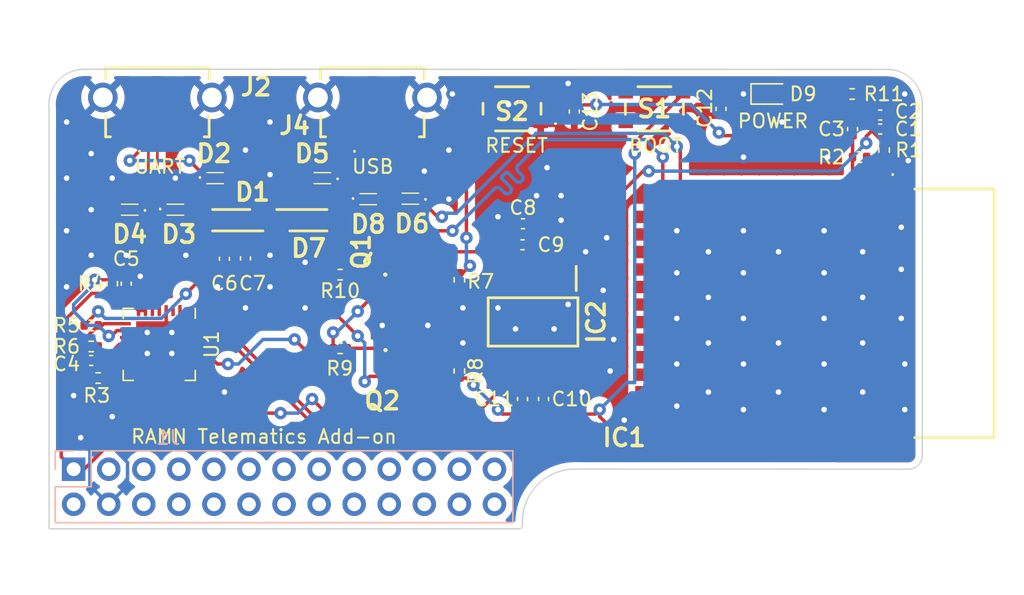
<source format=kicad_pcb>
(kicad_pcb (version 20221018) (generator pcbnew)
  (layers (0 "F.Cu" signal) (31 "B.Cu" signal) (34 "B.Paste" user) (35 "F.Paste" user) (36 "B.SilkS" user "B.Silkscreen") (37 "F.SilkS" user "F.Silkscreen") (38 "B.Mask" user) (39 "F.Mask" user) (44 "Edge.Cuts" user))
  (net 0 "")
  (net 1 "/3V3_ECU")
  (net 2 "GND")
  (net 3 "/CHIP_PU")
  (net 4 "Net-(U1-VBUS)")
  (net 5 "/VCC_5V")
  (net 6 "/GPIO0")
  (net 7 "/USB_DN")
  (net 8 "/VBUSB")
  (net 9 "/GPIO19")
  (net 10 "/GPIO20")
  (net 11 "Net-(D9-A)")
  (net 12 "/ESP_3V3")
  (net 13 "/GPIO4")
  (net 14 "/GPIO5")
  (net 15 "/GPIO6")
  (net 16 "/GPIO7")
  (net 17 "/GPIO15")
  (net 18 "/GPIO16")
  (net 19 "/GPIO17")
  (net 20 "/GPIO18")
  (net 21 "/GPIO8")
  (net 22 "/GPIO3")
  (net 23 "/GPIO46")
  (net 24 "/GPIO9")
  (net 25 "/GPIO10")
  (net 26 "/GPIO11")
  (net 27 "/GPIO12")
  (net 28 "/GPIO13")
  (net 29 "/GPIO14")
  (net 30 "/GPIO21")
  (net 31 "/GPIO47")
  (net 32 "/GPIO48")
  (net 33 "/GPIO45")
  (net 34 "/GPIO35")
  (net 35 "/GPIO36")
  (net 36 "/GPIO37")
  (net 37 "/GPIO38")
  (net 38 "/GPIO39")
  (net 39 "/GPIO40")
  (net 40 "/GPIO41")
  (net 41 "/GPIO42")
  (net 42 "/U0RXD")
  (net 43 "/U0TXD")
  (net 44 "/GPIO2")
  (net 45 "/GPIO1")
  (net 46 "+5V")
  (net 56 "LCD_CS")
  (net 57 "SD_CS")
  (net 58 "SRAM_CS")
  (net 59 "DC")
  (net 60 "SCK")
  (net 61 "MISO")
  (net 62 "MOSI")
  (net 70 "Net-(Q1-B)")
  (net 71 "/RTS")
  (net 72 "Net-(Q1-C)")
  (net 73 "Net-(Q2-B)")
  (net 74 "/DTR")
  (net 75 "Net-(Q2-C)")
  (net 76 "Net-(U1-~{SUSPEND})")
  (net 77 "Net-(U1-~{RST})")
  (net 99 "/VBUS")
  (net 100 "/USB_DP")
  (footprint "Resistor_SMD:R_0402_1005Metric" (layer "F.Cu") (at 133.604 100.866 90)
    (fp_text reference "R4")
    (fp_text value "1K(1%)")
  )
  (footprint "Resistor_SMD:R_0402_1005Metric" (layer "F.Cu") (at 187.198 87.122)
    (fp_text reference "R11")
    (fp_text value "5.1K(1%)")
  )
  (footprint "Capacitor_SMD:C_0402_1005Metric" (layer "F.Cu") (at 164.846 109.22 -90)
    (fp_text reference "C10")
    (fp_text value "10uF/25V(20%)")
  )
  (footprint "SamacSys_Parts:LESD5D50CT1G" (layer "F.Cu") (at 152.146 94.742)
    (fp_text reference "D8")
    (fp_text value "LESD5D5.0CT1G" hide)
  )
  (footprint "SamacSys_Parts:1051640001" (layer "F.Cu") (at 152.453 87.726)
    (fp_text reference "J4")
    (fp_text value "105164-0001" hide)
  )
  (footprint "LED_SMD:LED_0603_1608Metric" (layer "F.Cu") (at 181.356 87.122)
    (fp_text reference "D9")
    (fp_text value "RED LED")
  )
  (footprint "SamacSys_Parts:L8050QLT1G" (layer "F.Cu") (at 155.448 106.624 -90)
    (fp_text reference "Q2")
    (fp_text value "L8050QLT1G" hide)
  )
  (footprint "SamacSys_Parts:LESD5D50CT1G" (layer "F.Cu") (at 134.874 95.504 180)
    (fp_text reference "D4")
    (fp_text value "LESD5D5.0CT1G" hide)
  )
  (footprint "SamacSys_Parts:LESD5D50CT1G" (layer "F.Cu") (at 155.194 94.705117 180)
    (fp_text reference "D6")
    (fp_text value "LESD5D5.0CT1G" hide)
  )
  (footprint "Resistor_SMD:R_0402_1005Metric" (layer "F.Cu") (at 132.588 107.696)
    (fp_text reference "R3")
    (fp_text value "10K(1%) NC")
  )
  (footprint "SamacSys_Parts:LESD5D50CT1G" (layer "F.Cu") (at 148.828 93.218 180)
    (fp_text reference "D5")
    (fp_text value "LESD5D5.0CT1G" hide)
  )
  (footprint "Capacitor_SMD:C_0402_1005Metric" (layer "F.Cu") (at 189.23 89.662)
    (fp_text reference "C1")
    (fp_text value "10uF/25V(20%)")
  )
  (footprint "Capacitor_SMD:C_0402_1005Metric" (layer "F.Cu") (at 163.322 109.22 -90)
    (fp_text reference "C11")
    (fp_text value ".1uF/50V(10%)")
  )
  (footprint "Resistor_SMD:R_0402_1005Metric" (layer "F.Cu") (at 158.75 100.582 90)
    (fp_text reference "R7")
    (fp_text value "0(1%)")
  )
  (footprint "Capacitor_SMD:C_0402_1005Metric" (layer "F.Cu") (at 141.732 99.06 90)
    (fp_text reference "C6")
    (fp_text value "10uF/25V(20%)")
  )
  (footprint "Capacitor_SMD:C_0402_1005Metric" (layer "F.Cu") (at 134.62 100.866 90)
    (fp_text reference "C5")
    (fp_text value "10uF/25V(20%)")
  )
  (footprint "SamacSys_Parts:ESP32S3WROOM1N8R2" (layer "F.Cu") (at 184.732 103.01 -90)
    (fp_text reference "IC1")
    (fp_text value "ESP32-S3-WROOM-1-N8" hide)
  )
  (footprint "Capacitor_SMD:C_0402_1005Metric" (layer "F.Cu") (at 177.699438 88.202312 -90)
    (fp_text reference "C12")
    (fp_text value ".1uF/50V(10%) (NC)")
  )
  (footprint "Resistor_SMD:R_0402_1005Metric" (layer "F.Cu") (at 132.082 103.886 180)
    (fp_text reference "R5")
    (fp_text value "22.1K(1%)")
  )
  (footprint "Capacitor_SMD:C_0402_1005Metric" (layer "F.Cu") (at 189.23 88.646)
    (fp_text reference "C2")
    (fp_text value ".1uF/50V(10%)")
  )
  (footprint "SamacSys_Parts:NTC013AT1JA160T" (layer "F.Cu") (at 172.872 88.197 180)
    (fp_text reference "S1")
    (fp_text value "NTC013-AT1J-A160T" hide)
  )
  (footprint "Capacitor_SMD:C_0402_1005Metric" (layer "F.Cu") (at 163.35 96.52)
    (fp_text reference "C8")
    (fp_text value "10uF/25V(20%)")
  )
  (footprint "Package_DFN_QFN:QFN-28-1EP_5x5mm_P0.5mm_EP3.35x3.35mm" (layer "F.Cu") (at 137.01 105.26 -90)
    (fp_text reference "U1")
    (fp_text value "CP2102N-Axx-xQFN28")
  )
  (footprint "Resistor_SMD:R_0402_1005Metric" (layer "F.Cu") (at 187.734 91.694)
    (fp_text reference "R2")
    (fp_text value "10K(1%)")
  )
  (footprint "SamacSys_Parts:SOD3716X145N" (layer "F.Cu") (at 147.812 96.266)
    (fp_text reference "D7")
    (fp_text value "1N5819HW-7-F" hide)
  )
  (footprint "SamacSys_Parts:SOD3716X145N" (layer "F.Cu") (at 142.224 96.266 180)
    (fp_text reference "D1")
    (fp_text value "1N5819HW-7-F" hide)
  )
  (footprint "Resistor_SMD:R_0402_1005Metric" (layer "F.Cu") (at 189.512 91.186 -90)
    (fp_text reference "R1")
    (fp_text value "0(1%)")
  )
  (footprint "Capacitor_SMD:C_0402_1005Metric" (layer "F.Cu") (at 187.226 89.662 90)
    (fp_text reference "C3")
    (fp_text value "1uF/16V(10%)")
  )
  (footprint "SamacSys_Parts:1051640001" (layer "F.Cu") (at 136.876 87.726)
    (fp_text reference "J2")
    (fp_text value "105164-0001" hide)
  )
  (footprint "SamacSys_Parts:LESD5D50CT1G" (layer "F.Cu") (at 141.056 93.218)
    (fp_text reference "D2")
    (fp_text value "LESD5D5.0CT1G" hide)
  )
  (footprint "SamacSys_Parts:SOT230P700X180-4N" (layer "F.Cu") (at 164.084 103.632 -90)
    (fp_text reference "IC2")
    (fp_text value "SGM2212-3.3XKC3G_TR" hide)
  )
  (footprint "Resistor_SMD:R_0402_1005Metric" (layer "F.Cu") (at 150.114 105.542 180)
    (fp_text reference "R9")
    (fp_text value "10K(1%)")
  )
  (footprint "Capacitor_SMD:C_0402_1005Metric" (layer "F.Cu") (at 132.08 106.426)
    (fp_text reference "C4")
    (fp_text value "1uF/16V(10%)")
  )
  (footprint "Resistor_SMD:R_0402_1005Metric" (layer "F.Cu") (at 150.114 100.208 180)
    (fp_text reference "R10")
    (fp_text value "10K(1%)")
  )
  (footprint "Resistor_SMD:R_0402_1005Metric" (layer "F.Cu") (at 132.082 105.41)
    (fp_text reference "R6")
    (fp_text value "47.5K (1%)")
  )
  (footprint "SamacSys_Parts:NTC013AT1JA160T" (layer "F.Cu") (at 162.56 88.197 180)
    (fp_text reference "S2")
    (fp_text value "NTC013-AT1J-A160T" hide)
  )
  (footprint "Resistor_SMD:R_0402_1005Metric" (layer "F.Cu") (at 158.75 107.188 -90)
    (fp_text reference "R8")
    (fp_text value "0(1%)")
  )
  (footprint "SamacSys_Parts:L8050QLT1G" (layer "F.Cu") (at 155.432 101.158 -90)
    (fp_text reference "Q1")
    (fp_text value "L8050QLT1G" hide)
  )
  (footprint "Capacitor_SMD:C_0402_1005Metric" (layer "F.Cu") (at 167.073 88.392 -90)
    (fp_text reference "C13")
    (fp_text value ".1uF/50V(10%) (NC)")
  )
  (footprint "SamacSys_Parts:LESD5D50CT1G" (layer "F.Cu") (at 138.176 95.504)
    (fp_text reference "D3")
    (fp_text value "LESD5D5.0CT1G" hide)
  )
  (footprint "Capacitor_SMD:C_0402_1005Metric" (layer "F.Cu") (at 143.256 99.032 90)
    (fp_text reference "C7")
    (fp_text value "10uF/25V(20%)")
  )
  (footprint "Capacitor_SMD:C_0402_1005Metric" (layer "F.Cu") (at 163.322 98.044)
    (fp_text reference "C9")
    (fp_text value ".1uF/50V(10%)")
  )
  (footprint "Connector_PinHeader_2.54mm:PinHeader_2x13_P2.54mm_Vertical" (layer "B.Cu") (at 130.81 114.3 -90)
    (fp_text reference "J1")
    (fp_text value "Main RAMN Connection")
  )
  (gr_line (start 129.032 118.618) (end 163.068 118.618) (stroke (width 0.1)) (layer "Edge.Cuts"))
  (gr_arc (start 192.278 113.284) (mid 191.98042 114.00242) (end 191.262 114.3) (stroke (width 0.1)) (layer "Edge.Cuts"))
  (gr_arc (start 189.738 85.344) (mid 191.534051 86.087949) (end 192.278 87.884) (stroke (width 0.1)) (layer "Edge.Cuts"))
  (gr_arc (start 129.032 88.138) (mid 129.679318 86.171146) (end 131.572 85.331332) (stroke (width 0.1)) (layer "Edge.Cuts"))
  (gr_line (start 189.738 85.344) (end 188.976 85.344) (stroke (width 0.1)) (layer "Edge.Cuts"))
  (gr_line (start 129.032 118.618) (end 129.032 88.138) (stroke (width 0.1)) (layer "Edge.Cuts"))
  (gr_arc (start 163.322 118.364) (mid 163.247605 118.543605) (end 163.068 118.618) (stroke (width 0.1)) (layer "Edge.Cuts"))
  (gr_arc (start 163.322 118.364) (mid 164.343586 115.501291) (end 167.132 114.291543) (stroke (width 0.1)) (layer "Edge.Cuts"))
  (gr_line (start 192.278 113.284) (end 192.278 87.884) (stroke (width 0.1)) (layer "Edge.Cuts"))
  (gr_line (start 167.132 114.291543) (end 191.262 114.3) (stroke (width 0.1)) (layer "Edge.Cuts"))
  (gr_line (start 131.572 85.331332) (end 188.976 85.344) (stroke (width 0.1)) (layer "Edge.Cuts"))
  (gr_text "USB" (at 150.876 92.964) (layer "F.SilkS") (effects (font (size 1 1)) (justify left bottom)))
  (gr_text "RAMN Telematics Add-on" (at 134.874 112.522) (layer "F.SilkS") (effects (font (size 1 1)) (justify left bottom)))
  (gr_text "BOOT" (at 170.942 91.44) (layer "F.SilkS") (effects (font (size 1 1)) (justify left bottom)))
  (gr_text "POWER" (at 178.816 89.662) (layer "F.SilkS") (effects (font (size 1 1)) (justify left bottom)))
  (gr_text "UART" (at 135.128 92.964) (layer "F.SilkS") (effects (font (size 1 1)) (justify left bottom)))
  (gr_text "RESET" (at 160.528 91.44) (layer "F.SilkS") (effects (font (size 1 1)) (justify left bottom)))
  (segment (start 188.214 90.678) (end 188.214 90.198) (width 0.25) (layer "F.Cu") (net 1))
  (segment (start 190.5 88.392) (end 189.23 87.122) (width 0.25) (layer "F.Cu") (net 1))
  (segment (start 164.846 108.74) (end 164.846 107.544) (width 0.25) (layer "F.Cu") (net 1))
  (segment (start 134.62 101.346) (end 134.62 101.92) (width 0.25) (layer "F.Cu") (net 1))
  (segment (start 164.084 106.782) (end 164.084 100.482) (width 0.25) (layer "F.Cu") (net 1))
  (segment (start 163.322 108.74) (end 164.846 108.74) (width 0.25) (layer "F.Cu") (net 1))
  (segment (start 188.75 89.662) (end 188.75 89.914) (width 0.25) (layer "F.Cu") (net 1))
  (segment (start 189.832 90.676) (end 190.5 90.008) (width 0.25) (layer "F.Cu") (net 1))
  (segment (start 169.116 95.644538) (end 172.050538 92.71) (width 0.25) (layer "F.Cu") (net 1))
  (segment (start 189.512 90.676) (end 189.832 90.676) (width 0.25) (layer "F.Cu") (net 1))
  (segment (start 172.050538 92.71) (end 172.466 92.71) (width 0.25) (layer "F.Cu") (net 1))
  (segment (start 162.052 108.204) (end 162.662 108.204) (width 0.25) (layer "F.Cu") (net 1))
  (segment (start 134.62 101.92) (end 135.51 102.81) (width 0.25) (layer "F.Cu") (net 1))
  (segment (start 129.912117 113.402117) (end 129.912117 104.543693) (width 0.25) (layer "F.Cu") (net 1))
  (segment (start 188.214 90.198) (end 188.75 89.662) (width 0.25) (layer "F.Cu") (net 1))
  (segment (start 168.872 95.694) (end 169.116 95.694) (width 0.25) (layer "F.Cu") (net 1))
  (segment (start 188.75 89.914) (end 189.512 90.676) (width 0.25) (layer "F.Cu") (net 1))
  (segment (start 130.81 114.3) (end 129.912117 113.402117) (width 0.25) (layer "F.Cu") (net 1))
  (segment (start 129.912065 103.767935) (end 129.912117 104.543693) (width 0.25) (layer "F.Cu") (net 1))
  (segment (start 160.02 110.236) (end 162.052 108.204) (width 0.25) (layer "F.Cu") (net 1))
  (segment (start 164.084 100.482) (end 168.872 95.694) (width 0.25) (layer "F.Cu") (net 1))
  (segment (start 189.23 87.122) (end 187.708 87.122) (width 0.25) (layer "F.Cu") (net 1))
  (segment (start 190.5 90.008) (end 190.5 88.392) (width 0.25) (layer "F.Cu") (net 1))
  (segment (start 131.572 114.3) (end 135.636 110.236) (width 0.25) (layer "F.Cu") (net 1))
  (segment (start 149.098 110.236) (end 160.02 110.236) (width 0.25) (layer "F.Cu") (net 1))
  (segment (start 133.604 101.376) (end 133.075305 101.376) (width 0.25) (layer "F.Cu") (net 1))
  (segment (start 132.117 101.563) (end 129.912065 103.767935) (width 0.25) (layer "F.Cu") (net 1))
  (segment (start 133.075305 101.376) (end 132.888305 101.563) (width 0.25) (layer "F.Cu") (net 1))
  (segment (start 162.662 108.204) (end 164.084 106.782) (width 0.25) (layer "F.Cu") (net 1))
  (segment (start 132.888305 101.563) (end 132.117 101.563) (width 0.25) (layer "F.Cu") (net 1))
  (segment (start 135.636 110.236) (end 145.796 110.236) (width 0.25) (layer "F.Cu") (net 1))
  (segment (start 164.846 107.544) (end 164.084 106.782) (width 0.25) (layer "F.Cu") (net 1))
  (segment (start 188.75 89.662) (end 188.75 88.646) (width 0.25) (layer "F.Cu") (net 1))
  (segment (start 169.116 95.694) (end 169.116 95.644538) (width 0.25) (layer "F.Cu") (net 1))
  (segment (start 130.81 114.3) (end 131.572 114.3) (width 0.25) (layer "F.Cu") (net 1))
  (segment (start 148.082 109.22) (end 149.098 110.236) (width 0.25) (layer "F.Cu") (net 1))
  (segment (start 135.51 102.81) (end 136.01 102.81) (width 0.25) (layer "F.Cu") (net 1))
  (via (at 188.214 90.678) (size 0.9) (drill 0.4) (layers "F.Cu" "B.Cu") (net 1))
  (via (at 172.466 92.71) (size 0.9) (drill 0.4) (layers "F.Cu" "B.Cu") (net 1))
  (via (at 148.082 109.22) (size 0.9) (drill 0.4) (layers "F.Cu" "B.Cu") (net 1))
  (via (at 145.796 110.236) (size 0.9) (drill 0.4) (layers "F.Cu" "B.Cu") (net 1))
  (segment (start 186.182 92.71) (end 188.214 90.678) (width 0.25) (layer "B.Cu") (net 1))
  (segment (start 145.796 110.236) (end 147.066 110.236) (width 0.25) (layer "B.Cu") (net 1))
  (segment (start 147.066 110.236) (end 148.082 109.22) (width 0.25) (layer "B.Cu") (net 1))
  (segment (start 172.466 92.71) (end 186.182 92.71) (width 0.25) (layer "B.Cu") (net 1))
  (segment (start 154.462 89.568) (end 154.462 90.454) (width 0.25) (layer "F.Cu") (net 2))
  (segment (start 189.71 89.662) (end 189.71 88.646) (width 0.25) (layer "F.Cu") (net 2))
  (segment (start 138.176 87.488) (end 138.064 87.376) (width 0.25) (layer "F.Cu") (net 2))
  (segment (start 141.732 99.54) (end 143.228 99.54) (width 0.25) (layer "F.Cu") (net 2))
  (segment (start 131.6 105.438) (end 131.572 105.41) (width 0.25) (layer "F.Cu") (net 2))
  (segment (start 188.341 88.011) (end 189.103 88.011) (width 0.25) (layer "F.Cu") (net 2))
  (segment (start 131.6 106.426) (end 131.6 105.438) (width 0.25) (layer "F.Cu") (net 2))
  (segment (start 153.753 87.488) (end 153.641 87.376) (width 0.25) (layer "F.Cu") (net 2))
  (segment (start 189.71 88.618) (end 189.71 88.646) (width 0.25) (layer "F.Cu") (net 2))
  (segment (start 156.21 92.493) (end 156.21 92.71) (width 0.25) (layer "F.Cu") (net 2))
  (segment (start 137.51 102.81) (end 137.51 104.76) (width 0.25) (layer "F.Cu") (net 2))
  (segment (start 131.6 107.218) (end 131.6 106.426) (width 0.25) (layer "F.Cu") (net 2))
  (segment (start 143.228 99.54) (end 143.256 99.512) (width 0.25) (layer "F.Cu") (net 2))
  (segment (start 138.176 90.036) (end 139.278 90.036) (width 0.25) (layer "F.Cu") (net 2))
  (segment (start 134.62 100.386) (end 134.62 98.806) (width 0.25) (layer "F.Cu") (net 2))
  (segment (start 153.753 90.036) (end 153.753 87.488) (width 0.25) (layer "F.Cu") (net 2))
  (segment (start 189.103 88.011) (end 189.71 88.618) (width 0.25) (layer "F.Cu") (net 2))
  (segment (start 187.226 89.182) (end 187.198 89.154) (width 0.25) (layer "F.Cu") (net 2))
  (segment (start 135.58 100.386) (end 135.636 100.33) (width 0.25) (layer "F.Cu") (net 2))
  (segment (start 138.176 90.036) (end 138.176 87.488) (width 0.25) (layer "F.Cu") (net 2))
  (segment (start 187.198 89.154) (end 188.341 88.011) (width 0.25) (layer "F.Cu") (net 2))
  (segment (start 137.51 104.76) (end 137.01 105.26) (width 0.25) (layer "F.Cu") (net 2))
  (segment (start 139.278 90.036) (end 139.363 89.951) (width 0.25) (layer "F.Cu") (net 2))
  (segment (start 153.753 90.036) (end 156.21 92.493) (width 0.25) (layer "F.Cu") (net 2))
  (segment (start 134.62 100.386) (end 135.58 100.386) (width 0.25) (layer "F.Cu") (net 2))
  (segment (start 132.078 107.696) (end 131.6 107.218) (width 0.25) (layer "F.Cu") (net 2))
  (via (at 130.302 97.028) (size 0.9) (drill 0.4) (layers "F.Cu" "B.Cu") (net 2))
  (via (at 136.144 104.394) (size 0.9) (drill 0.4) (layers "F.Cu" "B.Cu") (net 2))
  (via (at 145.034 92.964) (size 0.9) (drill 0.4) (layers "F.Cu" "B.Cu") (net 2))
  (via (at 169.164 101.346) (size 0.9) (drill 0.4) (layers "F.Cu" "B.Cu") (net 2))
  (via (at 162.814 104.14) (size 0.9) (drill 0.4) (layers "F.Cu" "B.Cu") (net 2))
  (via (at 169.418 97.536) (size 0.9) (drill 0.4) (layers "F.Cu" "B.Cu") (net 2))
  (via (at 159.004 105.156) (size 0.9) (drill 0.4) (layers "F.Cu" "B.Cu") (net 2))
  (via (at 141.732 108.712) (size 0.9) (drill 0.4) (layers "F.Cu" "B.Cu") (net 2))
  (via (at 132.08 95.504) (size 0.9) (drill 0.4) (layers "F.Cu" "B.Cu") (net 2))
  (via (at 174.498 109.728) (size 0.9) (drill 0.4) (layers "F.Cu" "B.Cu") (net 2))
  (via (at 135.636 100.33) (size 0.9) (drill 0.4) (layers "F.Cu" "B.Cu") (net 2))
  (via (at 191.008 106.68) (size 0.9) (drill 0.4) (layers "F.Cu" "B.Cu") (net 2))
  (via (at 185.42 91.694) (size 0.9) (drill 0.4) (layers "F.Cu" "B.Cu") (net 2))
  (via (at 145.034 89.154) (size 0.9) (drill 0.4) (layers "F.Cu" "B.Cu") (net 2))
  (via (at 181.864 105.156) (size 0.9) (drill 0.4) (layers "F.Cu" "B.Cu") (net 2))
  (via (at 179.324 91.694) (size 0.9) (drill 0.4) (layers "F.Cu" "B.Cu") (net 2))
  (via (at 166.116 94.488) (size 0.9) (drill 0.4) (layers "F.Cu" "B.Cu") (net 2))
  (via (at 179.324 103.378) (size 0.9) (drill 0.4) (layers "F.Cu" "B.Cu") (net 2))
  (via (at 170.688 110.744) (size 0.9) (drill 0.4) (layers "F.Cu" "B.Cu") (net 2))
  (via (at 190.754 99.822) (size 0.9) (drill 0.4) (layers "F.Cu" "B.Cu") (net 2))
  (via (at 158.242 87.122) (size 0.9) (drill 0.4) (layers "F.Cu" "B.Cu") (net 2))
  (via (at 130.302 101.092) (size 0.9) (drill 0.4) (layers "F.Cu" "B.Cu") (net 2))
  (via (at 187.96 108.712) (size 0.9) (drill 0.4) (layers "F.Cu" "B.Cu") (net 2))
  (via (at 166.624 102.362) (size 0.9) (drill 0.4) (layers "F.Cu" "B.Cu") (net 2))
  (via (at 179.324 97.028) (size 0.9) (drill 0.4) (layers "F.Cu" "B.Cu") (net 2))
  (via (at 185.166 106.68) (size 0.9) (drill 0.4) (layers "F.Cu" "B.Cu") (net 2))
  (via (at 174.498 97.028) (size 0.9) (drill 0.4) (layers "F.Cu" "B.Cu") (net 2))
  (via (at 145.034 101.092) (size 0.9) (drill 0.4) (layers "F.Cu" "B.Cu") (net 2))
  (via (at 182.118 89.154) (size 0.9) (drill 0.4) (layers "F.Cu" "B.Cu") (net 2))
  (via (at 164.338 94.488) (size 0.9) (drill 0.4) (layers "F.Cu" "B.Cu") (net 2))
  (via (at 190.754 103.378) (size 0.9) (drill 0.4) (layers "F.Cu" "B.Cu") (net 2))
  (via (at 132.08 98.806) (size 0.9) (drill 0.4) (layers "F.Cu" "B.Cu") (net 2))
  (via (at 187.96 101.854) (size 0.9) (drill 0.4) (layers "F.Cu" "B.Cu") (net 2))
  (via (at 176.784 101.854) (size 0.9) (drill 0.4) (layers "F.Cu" "B.Cu") (net 2))
  (via (at 166.624 86.36) (size 0.9) (drill 0.4) (layers "F.Cu" "B.Cu") (net 2))
  (via (at 169.672 107.188) (size 0.9) (drill 0.4) (layers "F.Cu" "B.Cu") (net 2))
  (via (at 174.498 103.378) (size 0.9) (drill 0.4) (layers "F.Cu" "B.Cu") (net 2))
  (via (at 187.96 105.156) (size 0.9) (drill 0.4) (layers "F.Cu" "B.Cu") (net 2))
  (via (at 191.008 87.122) (size 0.9) (drill 0.4) (layers "F.Cu" "B.Cu") (net 2))
  (via (at 153.162 103.886) (size 0.9) (drill 0.4) (layers "F.Cu" "B.Cu") (net 2))
  (via (at 174.498 106.68) (size 0.9) (drill 0.4) (layers "F.Cu" "B.Cu") (net 2))
  (via (at 169.926 104.902) (size 0.9) (drill 0.4) (layers "F.Cu" "B.Cu") (net 2))
  (via (at 190.754 96.774) (size 0.9) (drill 0.4) (layers "F.Cu" "B.Cu") (net 2))
  (via (at 130.302 93.218) (size 0.9) (drill 0.4) (layers "F.Cu" "B.Cu") (net 2))
  (via (at 157.988 91.186) (size 0.9) (drill 0.4) (layers "F.Cu" "B.Cu") (net 2))
  (via (at 161.544 96.012) (size 0.9) (drill 0.4) (layers "F.Cu" "B.Cu") (net 2))
  (via (at 185.166 103.378) (size 0.9) (drill 0.4) (layers "F.Cu" "B.Cu") (net 2))
  (via (at 143.256 102.616) (size 0.9) (drill 0.4) (layers "F.Cu" "B.Cu") (net 2))
  (via (at 187.96 98.552) (size 0.9) (drill 0.4) (layers "F.Cu" "B.Cu") (net 2))
  (via (at 185.166 100.076) (size 0.9) (drill 0.4) (layers "F.Cu" "B.Cu") (net 2))
  (via (at 179.324 109.982) (size 0.9) (drill 0.4) (layers "F.Cu" "B.Cu") (net 2))
  (via (at 130.302 89.154) (size 0.9) (drill 0.4) (layers "F.Cu" "B.Cu") (net 2))
  (via (at 161.544 102.616) (size 0.9) (drill 0.4) (layers "F.Cu" "B.Cu") (net 2))
  (via (at 165.1 92.456) (size 0.9) (drill 0.4) (layers "F.Cu" "B.Cu") (net 2))
  (via (at 147.574 102.616) (size 0.9) (drill 0.4) (layers "F.Cu" "B.Cu") (net 2))
  (via (at 137.922 104.394) (size 0.9) (drill 0.4) (layers "F.Cu" "B.Cu") (net 2))
  (via (at 165.608 104.14) (size 0.9) (drill 0.4) (layers "F.Cu" "B.Cu") (net 2))
  (via (at 143.256 91.186) (size 0.9) (drill 0.4) (layers "F.Cu" "B.Cu") (net 2))
  (via (at 176.784 108.712) (size 0.9) (drill 0.4) (layers "F.Cu" "B.Cu") (net 2))
  (via (at 137.922 105.918) (size 0.9) (drill 0.4) (layers "F.Cu" "B.Cu") (net 2))
  (via (at 162.306 87.884) (size 0.9) (drill 0.4) (layers "F.Cu" "B.Cu") (net 2))
  (via (at 185.166 109.982) (size 0.9) (drill 0.4) (layers "F.Cu" "B.Cu") (net 2))
  (via (at 185.166 97.028) (size 0.9) (drill 0.4) (layers "F.Cu" "B.Cu") (net 2))
  (via (at 147.574 99.314) (size 0.9) (drill 0.4) (layers "F.Cu" "B.Cu") (net 2))
  (via (at 157.988 94.742) (size 0.9) (drill 0.4) (layers "F.Cu" "B.Cu") (net 2))
  (via (at 130.81 108.966) (size 0.9) (drill 0.4) (layers "F.Cu" "B.Cu") (net 2))
  (via (at 181.864 98.552) (size 0.9) (drill 0.4) (layers "F.Cu" "B.Cu") (net 2))
  (via (at 132.08 91.44) (size 0.9) (drill 0.4) (layers "F.Cu" "B.Cu") (net 2))
  (via (at 176.784 98.552) (size 0.9) (drill 0.4) (layers "F.Cu" "B.Cu") (net 2))
  (via (at 191.008 109.982) (size 0.9) (drill 0.4) (layers "F.Cu" "B.Cu") (net 2))
  (via (at 156.464 103.886) (size 0.9) (drill 0.4) (layers "F.Cu" "B.Cu") (net 2))
  (via (at 138.176 93.218) (size 0.9) (drill 0.4) (layers "F.Cu" "B.Cu") (net 2))
  (via (at 179.324 100.076) (size 0.9) (drill 0.4) (layers "F.Cu" "B.Cu") (net 2))
  (via (at 133.604 93.218) (size 0.9) (drill 0.4) (layers "F.Cu" "B.Cu") (net 2))
  (via (at 156.21 92.71) (size 0.9) (drill 0.4) (layers "F.Cu" "B.Cu") (net 2))
  (via (at 167.894 98.552) (size 0.9) (drill 0.4) (layers "F.Cu" "B.Cu") (net 2))
  (via (at 133.604 110.49) (size 0.9) (drill 0.4) (layers "F.Cu" "B.Cu") (net 2))
  (via (at 145.034 98.806) (size 0.9) (drill 0.4) (layers "F.Cu" "B.Cu") (net 2))
  (via (at 134.62 98.806) (size 0.9) (drill 0.4) (layers "F.Cu" "B.Cu") (net 2))
  (via (at 138.938 98.806) (size 0.9) (drill 0.4) (layers "F.Cu" "B.Cu") (net 2))
  (via (at 136.144 105.918) (size 0.9) (drill 0.4) (layers "F.Cu" "B.Cu") (net 2))
  (via (at 179.324 87.122) (size 0.9) (drill 0.4) (layers "F.Cu" "B.Cu") (net 2))
  (via (at 181.864 108.712) (size 0.9) (drill 0.4) (layers "F.Cu" "B.Cu") (net 2))
  (via (at 176.784 105.156) (size 0.9) (drill 0.4) (layers "F.Cu" "B.Cu") (net 2))
  (via (at 179.324 106.68) (size 0.9) (drill 0.4) (layers "F.Cu" "B.Cu") (net 2))
  (via (at 191.262 91.948) (size 0.9) (drill 0.4) (layers "F.Cu" "B.Cu") (net 2))
  (via (at 141.224 101.092) (size 0.9) (drill 0.4) (layers "F.Cu" "B.Cu") (net 2))
  (via (at 167.64 108.712) (size 0.9) (drill 0.4) (layers "F.Cu" "B.Cu") (net 2))
  (via (at 174.498 100.076) (size 0.9) (drill 0.4) (layers "F.Cu" "B.Cu") (net 2))
  (via (at 159.004 102.616) (size 0.9) (drill 0.4) (layers "F.Cu" "B.Cu") (net 2))
  (via (at 166.116 96.266) (size 0.9) (drill 0.4) (layers "F.Cu" "B.Cu") (net 2))
  (via (at 131.318 112.014) (size 0.9) (drill 0.4) (layers "F.Cu" "B.Cu") (net 2))
  (segment (start 133.35 116.84) (end 131.985 115.475) (width 0.25) (layer "B.Cu") (net 2))
  (segment (start 134.715 113.814946) (end 133.285802 112.385748) (width 0.25) (layer "B.Cu") (net 2))
  (segment (start 134.715 115.475) (end 134.715 113.814946) (width 0.25) (layer "B.Cu") (net 2))
  (segment (start 131.985 112.681) (end 131.318 112.014) (width 0.25) (layer "B.Cu") (net 2))
  (segment (start 133.285802 112.385748) (end 133.285802 110.808198) (width 0.25) (layer "B.Cu") (net 2))
  (segment (start 131.985 115.475) (end 131.985 112.681) (width 0.25) (layer "B.Cu") (net 2))
  (segment (start 133.35 116.84) (end 134.715 115.475) (width 0.25) (layer "B.Cu") (net 2))
  (segment (start 164.322 87.122) (end 166.283 87.122) (width 0.25) (layer "F.Cu") (net 3))
  (segment (start 159.008 100.072) (end 159.512 99.568) (width 0.25) (layer "F.Cu") (net 3))
  (segment (start 159.258 92.186) (end 164.322 87.122) (width 0.25) (layer "F.Cu") (net 3))
  (segment (start 166.283 87.122) (end 167.073 87.912) (width 0.25) (layer "F.Cu") (net 3))
  (segment (start 187.226 90.142) (end 187.226 91.692) (width 0.25) (layer "F.Cu") (net 3))
  (segment (start 167.073 87.912) (end 168.628 87.912) (width 0.25) (layer "F.Cu") (net 3))
  (segment (start 187.224 91.694) (end 187.224 94.032) (width 0.25) (layer "F.Cu") (net 3))
  (segment (start 158.75 100.072) (end 159.008 100.072) (width 0.25) (layer "F.Cu") (net 3))
  (segment (start 177.772 90.142) (end 187.226 90.142) (width 0.25) (layer "F.Cu") (net 3))
  (segment (start 168.628 87.912) (end 168.656 87.884) (width 0.25) (layer "F.Cu") (net 3))
  (segment (start 159.258 97.536) (end 159.258 92.186) (width 0.25) (layer "F.Cu") (net 3))
  (segment (start 187.224 94.032) (end 187.452 94.26) (width 0.25) (layer "F.Cu") (net 3))
  (segment (start 177.546 89.916) (end 177.772 90.142) (width 0.25) (layer "F.Cu") (net 3))
  (segment (start 187.226 91.692) (end 187.224 91.694) (width 0.25) (layer "F.Cu") (net 3))
  (via (at 168.656 87.884) (size 0.9) (drill 0.4) (layers "F.Cu" "B.Cu") (net 3))
  (via (at 159.512 99.568) (size 0.9) (drill 0.4) (layers "F.Cu" "B.Cu") (net 3))
  (via (at 177.546 89.916) (size 0.9) (drill 0.4) (layers "F.Cu" "B.Cu") (net 3))
  (via (at 159.258 97.536) (size 0.9) (drill 0.4) (layers "F.Cu" "B.Cu") (net 3))
  (segment (start 159.258 97.536) (end 159.258 99.314) (width 0.25) (layer "B.Cu") (net 3))
  (segment (start 175.514 87.884) (end 177.546 89.916) (width 0.25) (layer "B.Cu") (net 3))
  (segment (start 159.258 99.314) (end 159.512 99.568) (width 0.25) (layer "B.Cu") (net 3))
  (segment (start 168.656 87.884) (end 175.514 87.884) (width 0.25) (layer "B.Cu") (net 3))
  (segment (start 132.592 106.394) (end 132.56 106.426) (width 0.25) (layer "F.Cu") (net 4))
  (segment (start 132.592 105.41) (end 132.592 106.394) (width 0.25) (layer "F.Cu") (net 4))
  (segment (start 132.998 103.76) (end 134.56 103.76) (width 0.25) (layer "F.Cu") (net 4))
  (segment (start 132.588 105.41) (end 131.943 104.765) (width 0.25) (layer "F.Cu") (net 4))
  (segment (start 132.872 103.886) (end 132.998 103.76) (width 0.25) (layer "F.Cu") (net 4))
  (segment (start 131.943 104.531) (end 131.947 104.531) (width 0.25) (layer "F.Cu") (net 4))
  (segment (start 131.947 104.531) (end 132.592 103.886) (width 0.25) (layer "F.Cu") (net 4))
  (segment (start 132.592 105.41) (end 132.588 105.41) (width 0.25) (layer "F.Cu") (net 4))
  (segment (start 131.943 104.765) (end 131.943 104.531) (width 0.25) (layer "F.Cu") (net 4))
  (segment (start 132.592 103.886) (end 132.872 103.886) (width 0.25) (layer "F.Cu") (net 4))
  (segment (start 143.256 98.552) (end 143.256 96.934) (width 0.25) (layer "F.Cu") (net 5))
  (segment (start 148.398 98.552) (end 161.29 98.552) (width 0.25) (layer "F.Cu") (net 5))
  (segment (start 146.112 96.266) (end 148.398 98.552) (width 0.25) (layer "F.Cu") (net 5))
  (segment (start 162.842 98.044) (end 162.842 96.548) (width 0.25) (layer "F.Cu") (net 5))
  (segment (start 161.798 98.044) (end 162.842 98.044) (width 0.25) (layer "F.Cu") (net 5))
  (segment (start 141.732 98.58) (end 143.228 98.58) (width 0.25) (layer "F.Cu") (net 5))
  (segment (start 143.924 96.266) (end 146.112 96.266) (width 0.25) (layer "F.Cu") (net 5))
  (segment (start 143.256 96.934) (end 143.924 96.266) (width 0.25) (layer "F.Cu") (net 5))
  (segment (start 161.297 98.559) (end 161.791 99.053) (width 0.25) (layer "F.Cu") (net 5))
  (segment (start 143.228 98.58) (end 143.256 98.552) (width 0.25) (layer "F.Cu") (net 5))
  (segment (start 161.784 99.046) (end 161.784 100.482) (width 0.25) (layer "F.Cu") (net 5))
  (segment (start 162.842 96.548) (end 162.87 96.52) (width 0.25) (layer "F.Cu") (net 5))
  (segment (start 161.29 98.552) (end 161.798 98.044) (width 0.25) (layer "F.Cu") (net 5))
  (segment (start 177.099126 87.122) (end 177.699438 87.722312) (width 0.25) (layer "F.Cu") (net 6))
  (segment (start 174.947 87.122) (end 171.45 90.619) (width 0.25) (layer "F.Cu") (net 6))
  (segment (start 168.587 110.305) (end 161.867 110.305) (width 0.25) (layer "F.Cu") (net 6))
  (segment (start 168.968 110.548) (end 170.18 111.76) (width 0.25) (layer "F.Cu") (net 6))
  (segment (start 168.91 109.982) (end 168.587 110.305) (width 0.25) (layer "F.Cu") (net 6))
  (segment (start 171.45 90.619) (end 171.45 91.186) (width 0.25) (layer "F.Cu") (net 6))
  (segment (start 168.91 110.49) (end 168.968 110.548) (width 0.25) (layer "F.Cu") (net 6))
  (segment (start 168.91 109.982) (end 168.91 110.49) (width 0.25) (layer "F.Cu") (net 6))
  (segment (start 161.867 110.305) (end 161.544 109.982) (width 0.25) (layer "F.Cu") (net 6))
  (segment (start 174.947 87.122) (end 177.099126 87.122) (width 0.25) (layer "F.Cu") (net 6))
  (segment (start 158.75 107.698) (end 159.26 107.698) (width 0.25) (layer "F.Cu") (net 6))
  (segment (start 159.26 107.698) (end 159.766 108.204) (width 0.25) (layer "F.Cu") (net 6))
  (segment (start 170.18 111.76) (end 173.482 111.76) (width 0.25) (layer "F.Cu") (net 6))
  (via (at 168.91 109.982) (size 0.9) (drill 0.4) (layers "F.Cu" "B.Cu") (net 6))
  (via (at 159.766 108.204) (size 0.9) (drill 0.4) (layers "F.Cu" "B.Cu") (net 6))
  (via (at 161.544 109.982) (size 0.9) (drill 0.4) (layers "F.Cu" "B.Cu") (net 6))
  (via (at 171.45 91.44) (size 0.9) (drill 0.4) (layers "F.Cu" "B.Cu") (net 6))
  (segment (start 170.870587 108.021413) (end 168.91 109.982) (width 0.25) (layer "B.Cu") (net 6))
  (segment (start 171.45 91.186) (end 171.45 108.021413) (width 0.25) (layer "B.Cu") (net 6))
  (segment (start 161.798 110.236) (end 159.766 108.204) (width 0.25) (layer "B.Cu") (net 6))
  (segment (start 171.45 108.021413) (end 170.870587 108.021413) (width 0.25) (layer "B.Cu") (net 6))
  (segment (start 136.51 102.81) (end 136.51 96.48) (width 0.2) (layer "F.Cu") (net 7))
  (segment (start 135.534 95.504) (end 135.534 94.742) (width 0.2) (layer "F.Cu") (net 7))
  (segment (start 135.534 94.742) (end 136.226 94.05) (width 0.2) (layer "F.Cu") (net 7))
  (segment (start 136.226 94.05) (end 136.226 89.662) (width 0.2) (layer "F.Cu") (net 7))
  (segment (start 136.51 96.48) (end 135.534 95.504) (width 0.2) (layer "F.Cu") (net 7))
  (segment (start 149.512 96.266) (end 149.512 93.242) (width 0.25) (layer "F.Cu") (net 8))
  (segment (start 151.153 91.553) (end 151.153 90.001) (width 0.25) (layer "F.Cu") (net 8))
  (segment (start 149.512 93.242) (end 149.488 93.218) (width 0.25) (layer "F.Cu") (net 8))
  (segment (start 149.488 93.218) (end 151.153 91.553) (width 0.25) (layer "F.Cu") (net 8))
  (segment (start 155.854 94.705117) (end 152.453 91.304117) (width 0.25) (layer "F.Cu") (net 9))
  (segment (start 174.752 91.186) (end 174.498 90.932) (width 0.25) (layer "F.Cu") (net 9))
  (segment (start 174.752 94.26) (end 174.752 91.186) (width 0.25) (layer "F.Cu") (net 9))
  (segment (start 157.160883 96.012) (end 155.854 94.705117) (width 0.25) (layer "F.Cu") (net 9))
  (segment (start 152.453 91.304117) (end 152.453 90.001) (width 0.25) (layer "F.Cu") (net 9))
  (segment (start 157.48 96.012) (end 157.160883 96.012) (width 0.25) (layer "F.Cu") (net 9))
  (via (at 174.498 90.932) (size 0.9) (drill 0.4) (layers "F.Cu" "B.Cu") (net 9))
  (via (at 157.48 96.012) (size 0.9) (drill 0.4) (layers "F.Cu" "B.Cu") (net 9))
  (segment (start 158.530648 95.758) (end 164.28 90.008648) (width 0.25) (layer "B.Cu") (net 9))
  (segment (start 157.734 95.758) (end 158.530648 95.758) (width 0.25) (layer "B.Cu") (net 9))
  (segment (start 173.54 89.974) (end 174.498 90.932) (width 0.25) (layer "B.Cu") (net 9))
  (segment (start 164.28 90.008648) (end 164.28 89.974) (width 0.25) (layer "B.Cu") (net 9))
  (segment (start 164.28 89.974) (end 173.54 89.974) (width 0.25) (layer "B.Cu") (net 9))
  (segment (start 151.803 94.425) (end 151.803 90.001) (width 0.25) (layer "F.Cu") (net 10))
  (segment (start 151.486 94.742) (end 151.803 94.425) (width 0.25) (layer "F.Cu") (net 10))
  (segment (start 151.486 94.742) (end 153.776299 97.032299) (width 0.25) (layer "F.Cu") (net 10))
  (segment (start 153.776299 97.032299) (end 158.246299 97.032299) (width 0.25) (layer "F.Cu") (net 10))
  (segment (start 173.482 94.26) (end 173.482 91.948) (width 0.25) (layer "F.Cu") (net 10))
  (via (at 158.246299 97.032299) (size 0.9) (drill 0.4) (layers "F.Cu" "B.Cu") (net 10))
  (via (at 173.482 91.694) (size 0.9) (drill 0.4) (layers "F.Cu" "B.Cu") (net 10))
  (segment (start 158.246299 97.032299) (end 161.294299 93.984299) (width 0.25) (layer "B.Cu") (net 10))
  (segment (start 162.266574 92.835249) (end 162.849936 93.41861) (width 0.25) (layer "B.Cu") (net 10))
  (segment (start 162.425669 93.842876) (end 161.842308 93.259514) (width 0.25) (layer "B.Cu") (net 10))
  (segment (start 162.266572 92.83525) (end 162.266574 92.835249) (width 0.25) (layer "B.Cu") (net 10))
  (segment (start 163.2742 92.994345) (end 162.991357 92.711502) (width 0.25) (layer "B.Cu") (net 10))
  (segment (start 161.842308 93.082738) (end 161.842309 93.082736) (width 0.25) (layer "B.Cu") (net 10))
  (segment (start 161.842309 93.082736) (end 162.089796 92.83525) (width 0.25) (layer "B.Cu") (net 10))
  (segment (start 162.991358 92.287239) (end 164.854598 90.424) (width 0.25) (layer "B.Cu") (net 10))
  (segment (start 162.425669 93.842875) (end 162.425669 93.842876) (width 0.25) (layer "B.Cu") (net 10))
  (segment (start 162.991357 92.287238) (end 162.991358 92.287239) (width 0.25) (layer "B.Cu") (net 10))
  (segment (start 161.718563 93.984299) (end 162.001405 94.267141) (width 0.25) (layer "B.Cu") (net 10))
  (segment (start 172.212 90.424) (end 173.482 91.694) (width 0.25) (layer "B.Cu") (net 10))
  (segment (start 163.2742 92.994344) (end 163.2742 92.994345) (width 0.25) (layer "B.Cu") (net 10))
  (segment (start 164.854598 90.424) (end 172.212 90.424) (width 0.25) (layer "B.Cu") (net 10))
  (arc (start 161.294299 93.984299) (mid 161.506431 93.896431) (end 161.718563 93.984299) (width 0.25) (layer "B.Cu") (net 10))
  (arc (start 162.991357 92.711502) (mid 162.903489 92.49937) (end 162.991357 92.287238) (width 0.25) (layer "B.Cu") (net 10))
  (arc (start 162.425669 94.267141) (mid 162.513537 94.055008) (end 162.425669 93.842875) (width 0.25) (layer "B.Cu") (net 10))
  (arc (start 163.2742 93.41861) (mid 163.362068 93.206477) (end 163.2742 92.994344) (width 0.25) (layer "B.Cu") (net 10))
  (arc (start 161.842308 93.259514) (mid 161.805696 93.171126) (end 161.842308 93.082738) (width 0.25) (layer "B.Cu") (net 10))
  (arc (start 162.089796 92.83525) (mid 162.178184 92.798638) (end 162.266572 92.83525) (width 0.25) (layer "B.Cu") (net 10))
  (arc (start 162.849936 93.41861) (mid 163.062068 93.506478) (end 163.2742 93.41861) (width 0.25) (layer "B.Cu") (net 10))
  (arc (start 162.001405 94.267141) (mid 162.213537 94.355009) (end 162.425669 94.267141) (width 0.25) (layer "B.Cu") (net 10))
  (segment (start 186.688 87.122) (end 182.1435 87.122) (width 0.25) (layer "F.Cu") (net 11))
  (segment (start 188.246 91.696) (end 188.244 91.694) (width 0.25) (layer "F.Cu") (net 12))
  (segment (start 189.512 91.696) (end 188.246 91.696) (width 0.25) (layer "F.Cu") (net 12))
  (segment (start 188.244 91.694) (end 188.244 92.232) (width 0.25) (layer "F.Cu") (net 12))
  (segment (start 188.722 92.71) (end 188.722 94.26) (width 0.25) (layer "F.Cu") (net 12))
  (segment (start 188.244 92.232) (end 188.722 92.71) (width 0.25) (layer "F.Cu") (net 12))
  (segment (start 170.493 112.835) (end 184.587 112.835) (width 0.25) (layer "F.Cu") (net 42))
  (segment (start 184.587 112.835) (end 184.912 112.51) (width 0.25) (layer "F.Cu") (net 42))
  (segment (start 142.489701 104.76) (end 148.727701 110.998) (width 0.25) (layer "F.Cu") (net 42))
  (segment (start 139.46 104.76) (end 142.489701 104.76) (width 0.25) (layer "F.Cu") (net 42))
  (segment (start 168.656 110.998) (end 170.493 112.835) (width 0.25) (layer "F.Cu") (net 42))
  (segment (start 184.912 112.51) (end 184.912 111.76) (width 0.25) (layer "F.Cu") (net 42))
  (segment (start 148.727701 110.998) (end 168.656 110.998) (width 0.25) (layer "F.Cu") (net 42))
  (segment (start 148.541305 111.448) (end 142.353305 105.26) (width 0.25) (layer "F.Cu") (net 43))
  (segment (start 185.407 113.285) (end 170.306604 113.285) (width 0.25) (layer "F.Cu") (net 43))
  (segment (start 142.353305 105.26) (end 139.46 105.26) (width 0.25) (layer "F.Cu") (net 43))
  (segment (start 186.182 111.76) (end 186.182 112.51) (width 0.25) (layer "F.Cu") (net 43))
  (segment (start 170.306604 113.285) (end 168.469604 111.448) (width 0.25) (layer "F.Cu") (net 43))
  (segment (start 168.469604 111.448) (end 148.541305 111.448) (width 0.25) (layer "F.Cu") (net 43))
  (segment (start 186.182 112.51) (end 185.407 113.285) (width 0.25) (layer "F.Cu") (net 43))
  (segment (start 131.064 116.84) (end 131.132027 116.84) (width 0.25) (layer "F.Cu") (net 46))
  (segment (start 150.624 100.208) (end 154.432 100.208) (width 0.25) (layer "F.Cu") (net 70))
  (segment (start 149.604 104.396) (end 149.606 104.394) (width 0.25) (layer "F.Cu") (net 71))
  (segment (start 141.224 106.68) (end 141.986 106.68) (width 0.25) (layer "F.Cu") (net 71))
  (segment (start 151.384 102.87) (end 152.146 102.108) (width 0.25) (layer "F.Cu") (net 71))
  (segment (start 149.604 105.542) (end 149.604 104.396) (width 0.25) (layer "F.Cu") (net 71))
  (segment (start 141.224 106.68) (end 140.304 105.76) (width 0.25) (layer "F.Cu") (net 71))
  (segment (start 149.604 105.542) (end 147.452 105.542) (width 0.25) (layer "F.Cu") (net 71))
  (segment (start 152.146 102.108) (end 154.432 102.108) (width 0.25) (layer "F.Cu") (net 71))
  (segment (start 147.452 105.542) (end 146.812 104.902) (width 0.25) (layer "F.Cu") (net 71))
  (segment (start 140.304 105.76) (end 139.46 105.76) (width 0.25) (layer "F.Cu") (net 71))
  (via (at 141.986 106.68) (size 0.9) (drill 0.4) (layers "F.Cu" "B.Cu") (net 71))
  (via (at 149.606 104.394) (size 0.9) (drill 0.4) (layers "F.Cu" "B.Cu") (net 71))
  (via (at 151.384 102.87) (size 0.9) (drill 0.4) (layers "F.Cu" "B.Cu") (net 71))
  (via (at 146.812 104.902) (size 0.9) (drill 0.4) (layers "F.Cu" "B.Cu") (net 71))
  (segment (start 149.606 104.394) (end 149.86 104.394) (width 0.25) (layer "B.Cu") (net 71))
  (segment (start 146.812 104.902) (end 144.526 104.902) (width 0.25) (layer "B.Cu") (net 71))
  (segment (start 142.748 106.68) (end 144.526 104.902) (width 0.25) (layer "B.Cu") (net 71))
  (segment (start 149.86 104.394) (end 151.384 102.87) (width 0.25) (layer "B.Cu") (net 71))
  (segment (start 141.986 106.68) (end 142.748 106.68) (width 0.25) (layer "B.Cu") (net 71))
  (segment (start 156.432 101.158) (end 158.684 101.158) (width 0.25) (layer "F.Cu") (net 72))
  (segment (start 158.684 101.158) (end 158.75 101.092) (width 0.25) (layer "F.Cu") (net 72))
  (segment (start 150.624 105.542) (end 154.316 105.542) (width 0.25) (layer "F.Cu") (net 73))
  (segment (start 154.316 105.542) (end 154.448 105.674) (width 0.25) (layer "F.Cu") (net 73))
  (segment (start 151.892 107.95) (end 152.268 107.574) (width 0.25) (layer "F.Cu") (net 74))
  (segment (start 149.604 100.208) (end 149.604 102.868) (width 0.25) (layer "F.Cu") (net 74))
  (segment (start 148.712 103.76) (end 149.604 102.868) (width 0.25) (layer "F.Cu") (net 74))
  (segment (start 149.604 102.868) (end 151.384 104.648) (width 0.25) (layer "F.Cu") (net 74))
  (segment (start 139.46 103.76) (end 148.712 103.76) (width 0.25) (layer "F.Cu") (net 74))
  (segment (start 152.268 107.574) (end 154.448 107.574) (width 0.25) (layer "F.Cu") (net 74))
  (via (at 151.892 107.95) (size 0.9) (drill 0.4) (layers "F.Cu" "B.Cu") (net 74))
  (via (at 151.384 104.648) (size 0.9) (drill 0.4) (layers "F.Cu" "B.Cu") (net 74))
  (segment (start 151.384 104.648) (end 151.892 105.156) (width 0.25) (layer "B.Cu") (net 74))
  (segment (start 151.892 105.156) (end 151.892 107.95) (width 0.25) (layer "B.Cu") (net 74))
  (segment (start 158.696 106.624) (end 158.75 106.678) (width 0.25) (layer "F.Cu") (net 75))
  (segment (start 156.448 106.624) (end 158.696 106.624) (width 0.25) (layer "F.Cu") (net 75))
  (segment (start 133.835 106.959) (end 133.835 105.536992) (width 0.25) (layer "F.Cu") (net 76))
  (segment (start 133.835 105.536992) (end 134.111992 105.26) (width 0.25) (layer "F.Cu") (net 76))
  (segment (start 133.098 107.696) (end 133.835 106.959) (width 0.25) (layer "F.Cu") (net 76))
  (segment (start 134.111992 105.26) (end 134.56 105.26) (width 0.25) (layer "F.Cu") (net 76))
  (segment (start 134.56 104.26) (end 133.943663 104.26) (width 0.25) (layer "F.Cu") (net 77))
  (segment (start 133.376 100.584) (end 133.604 100.356) (width 0.25) (layer "F.Cu") (net 77))
  (segment (start 133.943663 104.26) (end 133.563221 104.640442) (width 0.25) (layer "F.Cu") (net 77))
  (segment (start 132.334 100.584) (end 133.376 100.584) (width 0.25) (layer "F.Cu") (net 77))
  (via (at 132.334 100.584) (size 0.9) (drill 0.4) (layers "F.Cu" "B.Cu") (net 77))
  (via (at 133.35 104.648) (size 0.9) (drill 0.4) (layers "F.Cu" "B.Cu") (net 77))
  (segment (start 130.81 102.87) (end 130.81 102.362) (width 0.25) (layer "B.Cu") (net 77))
  (segment (start 133.35 104.648) (end 132.588 103.886) (width 0.25) (layer "B.Cu") (net 77))
  (segment (start 130.81 102.362) (end 132.334 100.838) (width 0.25) (layer "B.Cu") (net 77))
  (segment (start 131.826 103.886) (end 130.81 102.87) (width 0.25) (layer "B.Cu") (net 77))
  (segment (start 132.334 100.838) (end 132.334 100.584) (width 0.25) (layer "B.Cu") (net 77))
  (segment (start 132.588 103.886) (end 131.826 103.886) (width 0.25) (layer "B.Cu") (net 77))
  (segment (start 133.563221 104.640442) (end 133.333137 104.640442) (width 0.25) (layer "B.Cu") (net 77))
  (segment (start 140.524 100.014) (end 140.524 96.266) (width 0.25) (layer "F.Cu") (net 99))
  (segment (start 140.396 93.218) (end 140.396 93.152) (width 0.25) (layer "F.Cu") (net 99))
  (segment (start 140.524 93.346) (end 140.396 93.218) (width 0.25) (layer "F.Cu") (net 99))
  (segment (start 140.396 93.152) (end 139.192 91.948) (width 0.25) (layer "F.Cu") (net 99))
  (segment (start 138.938 101.6) (end 140.524 100.014) (width 0.25) (layer "F.Cu") (net 99))
  (segment (start 131.572 103.886) (end 132.588 102.87) (width 0.25) (layer "F.Cu") (net 99))
  (segment (start 140.524 96.266) (end 140.524 93.346) (width 0.25) (layer "F.Cu") (net 99))
  (segment (start 134.874 91.948) (end 135.576 91.246) (width 0.25) (layer "F.Cu") (net 99))
  (segment (start 135.576 91.246) (end 135.576 89.662) (width 0.25) (layer "F.Cu") (net 99))
  (via (at 134.874 91.948) (size 0.9) (drill 0.4) (layers "F.Cu" "B.Cu") (net 99))
  (via (at 139.192 91.948) (size 0.9) (drill 0.4) (layers "F.Cu" "B.Cu") (net 99))
  (via (at 138.938 101.6) (size 0.9) (drill 0.4) (layers "F.Cu" "B.Cu") (net 99))
  (via (at 132.588 102.87) (size 0.9) (drill 0.4) (layers "F.Cu" "B.Cu") (net 99))
  (segment (start 139.192 91.948) (end 134.874 91.948) (width 0.25) (layer "B.Cu") (net 99))
  (segment (start 137.16 103.378) (end 138.938 101.6) (width 0.25) (layer "B.Cu") (net 99))
  (segment (start 133.096 103.378) (end 132.588 102.87) (width 0.25) (layer "B.Cu") (net 99))
  (segment (start 137.16 103.378) (end 133.096 103.378) (width 0.25) (layer "B.Cu") (net 99))
  (segment (start 137.01 102.81) (end 137.01 96.416) (width 0.2) (layer "F.Cu") (net 100))
  (segment (start 137.01 96.416) (end 137.516 95.91) (width 0.2) (layer "F.Cu") (net 100))
  (segment (start 136.876 94.102) (end 136.876 89.662) (width 0.2) (layer "F.Cu") (net 100))
  (segment (start 137.516 95.91) (end 137.516 95.504) (width 0.2) (layer "F.Cu") (net 100))
  (segment (start 137.516 95.504) (end 137.516 94.742) (width 0.2) (layer "F.Cu") (net 100))
  (segment (start 137.516 94.742) (end 136.876 94.102) (width 0.2) (layer "F.Cu") (net 100))
  (zone (net 2) (net_name "GND") (layers "F&B.Cu") (connect_pads (clearance 0.5)) (min_thickness 0.25) (fill yes (thermal_gap 0.5) (thermal_bridge_width 0.5))
    (polygon (pts (xy 125.476 81.788) (xy 125.476 123.19) (xy 199.644 123.444) (xy 199.136 81.28)))
  )
)
</source>
